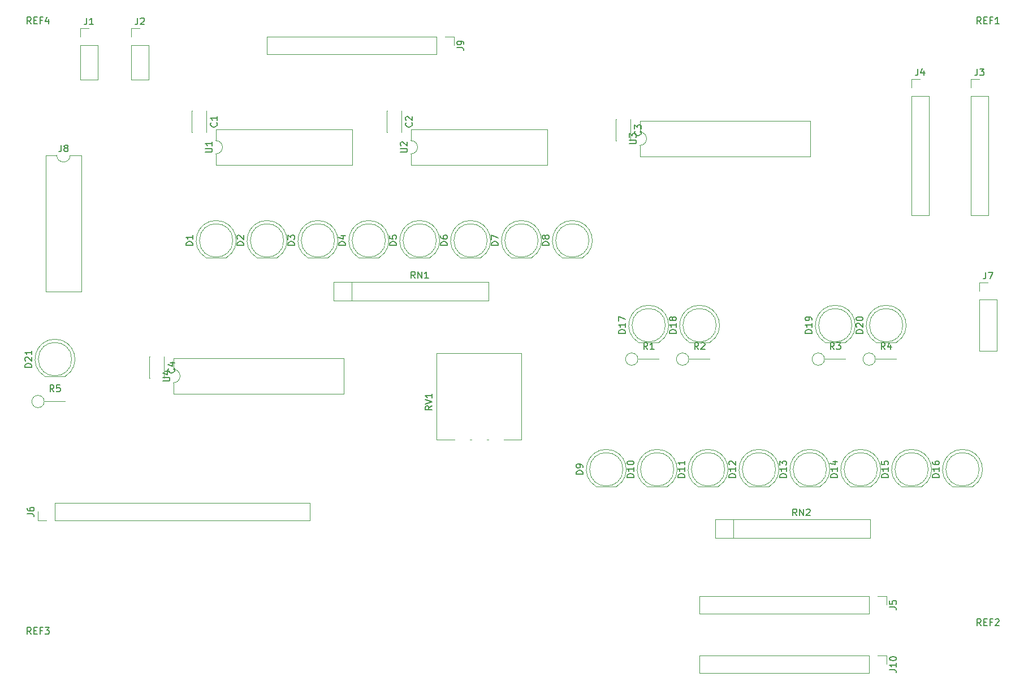
<source format=gbr>
%TF.GenerationSoftware,KiCad,Pcbnew,5.1.6-c6e7f7d~87~ubuntu16.04.1*%
%TF.CreationDate,2022-03-08T12:55:19-05:00*%
%TF.ProjectId,riscy_io,72697363-795f-4696-9f2e-6b696361645f,rev?*%
%TF.SameCoordinates,Original*%
%TF.FileFunction,Legend,Top*%
%TF.FilePolarity,Positive*%
%FSLAX46Y46*%
G04 Gerber Fmt 4.6, Leading zero omitted, Abs format (unit mm)*
G04 Created by KiCad (PCBNEW 5.1.6-c6e7f7d~87~ubuntu16.04.1) date 2022-03-08 12:55:19*
%MOMM*%
%LPD*%
G01*
G04 APERTURE LIST*
%ADD10C,0.120000*%
%ADD11C,0.150000*%
G04 APERTURE END LIST*
D10*
%TO.C,J10*%
X130870000Y-95190000D02*
X130870000Y-96520000D01*
X129540000Y-95190000D02*
X130870000Y-95190000D01*
X128270000Y-95190000D02*
X128270000Y-97850000D01*
X128270000Y-97850000D02*
X102810000Y-97850000D01*
X128270000Y-95190000D02*
X102810000Y-95190000D01*
X102810000Y-95190000D02*
X102810000Y-97850000D01*
%TO.C,U2*%
X59630000Y-20050000D02*
X59630000Y-21700000D01*
X59630000Y-21700000D02*
X80070000Y-21700000D01*
X80070000Y-21700000D02*
X80070000Y-16400000D01*
X80070000Y-16400000D02*
X59630000Y-16400000D01*
X59630000Y-16400000D02*
X59630000Y-18050000D01*
X59630000Y-18050000D02*
G75*
G02*
X59630000Y-20050000I0J-1000000D01*
G01*
%TO.C,U1*%
X30420000Y-20050000D02*
X30420000Y-21700000D01*
X30420000Y-21700000D02*
X50860000Y-21700000D01*
X50860000Y-21700000D02*
X50860000Y-16400000D01*
X50860000Y-16400000D02*
X30420000Y-16400000D01*
X30420000Y-16400000D02*
X30420000Y-18050000D01*
X30420000Y-18050000D02*
G75*
G02*
X30420000Y-20050000I0J-1000000D01*
G01*
%TO.C,J9*%
X38040000Y-2480000D02*
X38040000Y-5140000D01*
X63500000Y-2480000D02*
X38040000Y-2480000D01*
X63500000Y-5140000D02*
X38040000Y-5140000D01*
X63500000Y-2480000D02*
X63500000Y-5140000D01*
X64770000Y-2480000D02*
X66100000Y-2480000D01*
X66100000Y-2480000D02*
X66100000Y-3810000D01*
%TO.C,U4*%
X24070000Y-50690000D02*
X24070000Y-52340000D01*
X49590000Y-50690000D02*
X24070000Y-50690000D01*
X49590000Y-55990000D02*
X49590000Y-50690000D01*
X24070000Y-55990000D02*
X49590000Y-55990000D01*
X24070000Y-54340000D02*
X24070000Y-55990000D01*
X24070000Y-52340000D02*
G75*
G02*
X24070000Y-54340000I0J-1000000D01*
G01*
%TO.C,U3*%
X93920000Y-15130000D02*
X93920000Y-16780000D01*
X119440000Y-15130000D02*
X93920000Y-15130000D01*
X119440000Y-20430000D02*
X119440000Y-15130000D01*
X93920000Y-20430000D02*
X119440000Y-20430000D01*
X93920000Y-18780000D02*
X93920000Y-20430000D01*
X93920000Y-16780000D02*
G75*
G02*
X93920000Y-18780000I0J-1000000D01*
G01*
%TO.C,RV1*%
X63480000Y-49930000D02*
X76220000Y-49930000D01*
X73545000Y-62870000D02*
X76220000Y-62870000D01*
X71006000Y-62870000D02*
X71235000Y-62870000D01*
X68465000Y-62870000D02*
X68695000Y-62870000D01*
X63480000Y-62870000D02*
X66155000Y-62870000D01*
X76220000Y-62870000D02*
X76220000Y-49930000D01*
X63480000Y-62870000D02*
X63480000Y-49930000D01*
%TO.C,RN2*%
X107950000Y-74800000D02*
X107950000Y-77600000D01*
X128440000Y-74800000D02*
X105240000Y-74800000D01*
X128440000Y-77600000D02*
X128440000Y-74800000D01*
X105240000Y-77600000D02*
X128440000Y-77600000D01*
X105240000Y-74800000D02*
X105240000Y-77600000D01*
%TO.C,RN1*%
X50800000Y-39240000D02*
X50800000Y-42040000D01*
X71290000Y-39240000D02*
X48090000Y-39240000D01*
X71290000Y-42040000D02*
X71290000Y-39240000D01*
X48090000Y-42040000D02*
X71290000Y-42040000D01*
X48090000Y-39240000D02*
X48090000Y-42040000D01*
%TO.C,R5*%
X4730000Y-57150000D02*
X7890000Y-57150000D01*
X4730000Y-57150000D02*
G75*
G03*
X4730000Y-57150000I-920000J0D01*
G01*
%TO.C,R4*%
X129190000Y-50800000D02*
X132350000Y-50800000D01*
X129190000Y-50800000D02*
G75*
G03*
X129190000Y-50800000I-920000J0D01*
G01*
%TO.C,R3*%
X121570000Y-50800000D02*
X124730000Y-50800000D01*
X121570000Y-50800000D02*
G75*
G03*
X121570000Y-50800000I-920000J0D01*
G01*
%TO.C,R2*%
X101250000Y-50800000D02*
X104410000Y-50800000D01*
X101250000Y-50800000D02*
G75*
G03*
X101250000Y-50800000I-920000J0D01*
G01*
%TO.C,R1*%
X93630000Y-50800000D02*
X96790000Y-50800000D01*
X93630000Y-50800000D02*
G75*
G03*
X93630000Y-50800000I-920000J0D01*
G01*
%TO.C,J8*%
X10270000Y-20260000D02*
X8620000Y-20260000D01*
X10270000Y-40700000D02*
X10270000Y-20260000D01*
X4970000Y-40700000D02*
X10270000Y-40700000D01*
X4970000Y-20260000D02*
X4970000Y-40700000D01*
X6620000Y-20260000D02*
X4970000Y-20260000D01*
X8620000Y-20260000D02*
G75*
G02*
X6620000Y-20260000I-1000000J0D01*
G01*
%TO.C,J7*%
X144720000Y-39310000D02*
X146050000Y-39310000D01*
X144720000Y-40640000D02*
X144720000Y-39310000D01*
X144720000Y-41910000D02*
X147380000Y-41910000D01*
X147380000Y-41910000D02*
X147380000Y-49590000D01*
X144720000Y-41910000D02*
X144720000Y-49590000D01*
X144720000Y-49590000D02*
X147380000Y-49590000D01*
%TO.C,J6*%
X3750000Y-74990000D02*
X3750000Y-73660000D01*
X5080000Y-74990000D02*
X3750000Y-74990000D01*
X6350000Y-74990000D02*
X6350000Y-72330000D01*
X6350000Y-72330000D02*
X44510000Y-72330000D01*
X6350000Y-74990000D02*
X44510000Y-74990000D01*
X44510000Y-74990000D02*
X44510000Y-72330000D01*
%TO.C,J5*%
X130870000Y-86300000D02*
X130870000Y-87630000D01*
X129540000Y-86300000D02*
X130870000Y-86300000D01*
X128270000Y-86300000D02*
X128270000Y-88960000D01*
X128270000Y-88960000D02*
X102810000Y-88960000D01*
X128270000Y-86300000D02*
X102810000Y-86300000D01*
X102810000Y-86300000D02*
X102810000Y-88960000D01*
%TO.C,J4*%
X134560000Y-8830000D02*
X135890000Y-8830000D01*
X134560000Y-10160000D02*
X134560000Y-8830000D01*
X134560000Y-11430000D02*
X137220000Y-11430000D01*
X137220000Y-11430000D02*
X137220000Y-29270000D01*
X134560000Y-11430000D02*
X134560000Y-29270000D01*
X134560000Y-29270000D02*
X137220000Y-29270000D01*
%TO.C,J3*%
X143450000Y-8830000D02*
X144780000Y-8830000D01*
X143450000Y-10160000D02*
X143450000Y-8830000D01*
X143450000Y-11430000D02*
X146110000Y-11430000D01*
X146110000Y-11430000D02*
X146110000Y-29270000D01*
X143450000Y-11430000D02*
X143450000Y-29270000D01*
X143450000Y-29270000D02*
X146110000Y-29270000D01*
%TO.C,J2*%
X17720000Y-1210000D02*
X19050000Y-1210000D01*
X17720000Y-2540000D02*
X17720000Y-1210000D01*
X17720000Y-3810000D02*
X20380000Y-3810000D01*
X20380000Y-3810000D02*
X20380000Y-8950000D01*
X17720000Y-3810000D02*
X17720000Y-8950000D01*
X17720000Y-8950000D02*
X20380000Y-8950000D01*
%TO.C,J1*%
X10100000Y-1210000D02*
X11430000Y-1210000D01*
X10100000Y-2540000D02*
X10100000Y-1210000D01*
X10100000Y-3810000D02*
X12760000Y-3810000D01*
X12760000Y-3810000D02*
X12760000Y-8950000D01*
X10100000Y-3810000D02*
X10100000Y-8950000D01*
X10100000Y-8950000D02*
X12760000Y-8950000D01*
%TO.C,D21*%
X4805000Y-53360000D02*
X7895000Y-53360000D01*
X8850000Y-50800000D02*
G75*
G03*
X8850000Y-50800000I-2500000J0D01*
G01*
X6349538Y-47810000D02*
G75*
G02*
X7894830Y-53360000I462J-2990000D01*
G01*
X6350462Y-47810000D02*
G75*
G03*
X4805170Y-53360000I-462J-2990000D01*
G01*
%TO.C,D20*%
X129265000Y-48280000D02*
X132355000Y-48280000D01*
X133310000Y-45720000D02*
G75*
G03*
X133310000Y-45720000I-2500000J0D01*
G01*
X130809538Y-42730000D02*
G75*
G02*
X132354830Y-48280000I462J-2990000D01*
G01*
X130810462Y-42730000D02*
G75*
G03*
X129265170Y-48280000I-462J-2990000D01*
G01*
%TO.C,D19*%
X121645000Y-48280000D02*
X124735000Y-48280000D01*
X125690000Y-45720000D02*
G75*
G03*
X125690000Y-45720000I-2500000J0D01*
G01*
X123189538Y-42730000D02*
G75*
G02*
X124734830Y-48280000I462J-2990000D01*
G01*
X123190462Y-42730000D02*
G75*
G03*
X121645170Y-48280000I-462J-2990000D01*
G01*
%TO.C,D18*%
X101325000Y-48280000D02*
X104415000Y-48280000D01*
X105370000Y-45720000D02*
G75*
G03*
X105370000Y-45720000I-2500000J0D01*
G01*
X102869538Y-42730000D02*
G75*
G02*
X104414830Y-48280000I462J-2990000D01*
G01*
X102870462Y-42730000D02*
G75*
G03*
X101325170Y-48280000I-462J-2990000D01*
G01*
%TO.C,D17*%
X93705000Y-48280000D02*
X96795000Y-48280000D01*
X97750000Y-45720000D02*
G75*
G03*
X97750000Y-45720000I-2500000J0D01*
G01*
X95249538Y-42730000D02*
G75*
G02*
X96794830Y-48280000I462J-2990000D01*
G01*
X95250462Y-42730000D02*
G75*
G03*
X93705170Y-48280000I-462J-2990000D01*
G01*
%TO.C,D16*%
X140695000Y-69870000D02*
X143785000Y-69870000D01*
X144740000Y-67310000D02*
G75*
G03*
X144740000Y-67310000I-2500000J0D01*
G01*
X142239538Y-64320000D02*
G75*
G02*
X143784830Y-69870000I462J-2990000D01*
G01*
X142240462Y-64320000D02*
G75*
G03*
X140695170Y-69870000I-462J-2990000D01*
G01*
%TO.C,D15*%
X133075000Y-69870000D02*
X136165000Y-69870000D01*
X137120000Y-67310000D02*
G75*
G03*
X137120000Y-67310000I-2500000J0D01*
G01*
X134619538Y-64320000D02*
G75*
G02*
X136164830Y-69870000I462J-2990000D01*
G01*
X134620462Y-64320000D02*
G75*
G03*
X133075170Y-69870000I-462J-2990000D01*
G01*
%TO.C,D14*%
X125455000Y-69870000D02*
X128545000Y-69870000D01*
X129500000Y-67310000D02*
G75*
G03*
X129500000Y-67310000I-2500000J0D01*
G01*
X126999538Y-64320000D02*
G75*
G02*
X128544830Y-69870000I462J-2990000D01*
G01*
X127000462Y-64320000D02*
G75*
G03*
X125455170Y-69870000I-462J-2990000D01*
G01*
%TO.C,D13*%
X117835000Y-69870000D02*
X120925000Y-69870000D01*
X121880000Y-67310000D02*
G75*
G03*
X121880000Y-67310000I-2500000J0D01*
G01*
X119379538Y-64320000D02*
G75*
G02*
X120924830Y-69870000I462J-2990000D01*
G01*
X119380462Y-64320000D02*
G75*
G03*
X117835170Y-69870000I-462J-2990000D01*
G01*
%TO.C,D12*%
X110215000Y-69870000D02*
X113305000Y-69870000D01*
X114260000Y-67310000D02*
G75*
G03*
X114260000Y-67310000I-2500000J0D01*
G01*
X111759538Y-64320000D02*
G75*
G02*
X113304830Y-69870000I462J-2990000D01*
G01*
X111760462Y-64320000D02*
G75*
G03*
X110215170Y-69870000I-462J-2990000D01*
G01*
%TO.C,D11*%
X102595000Y-69870000D02*
X105685000Y-69870000D01*
X106640000Y-67310000D02*
G75*
G03*
X106640000Y-67310000I-2500000J0D01*
G01*
X104139538Y-64320000D02*
G75*
G02*
X105684830Y-69870000I462J-2990000D01*
G01*
X104140462Y-64320000D02*
G75*
G03*
X102595170Y-69870000I-462J-2990000D01*
G01*
%TO.C,D10*%
X94975000Y-69870000D02*
X98065000Y-69870000D01*
X99020000Y-67310000D02*
G75*
G03*
X99020000Y-67310000I-2500000J0D01*
G01*
X96519538Y-64320000D02*
G75*
G02*
X98064830Y-69870000I462J-2990000D01*
G01*
X96520462Y-64320000D02*
G75*
G03*
X94975170Y-69870000I-462J-2990000D01*
G01*
%TO.C,D9*%
X87355000Y-69870000D02*
X90445000Y-69870000D01*
X91400000Y-67310000D02*
G75*
G03*
X91400000Y-67310000I-2500000J0D01*
G01*
X88899538Y-64320000D02*
G75*
G02*
X90444830Y-69870000I462J-2990000D01*
G01*
X88900462Y-64320000D02*
G75*
G03*
X87355170Y-69870000I-462J-2990000D01*
G01*
%TO.C,D8*%
X82275000Y-35580000D02*
X85365000Y-35580000D01*
X86320000Y-33020000D02*
G75*
G03*
X86320000Y-33020000I-2500000J0D01*
G01*
X83819538Y-30030000D02*
G75*
G02*
X85364830Y-35580000I462J-2990000D01*
G01*
X83820462Y-30030000D02*
G75*
G03*
X82275170Y-35580000I-462J-2990000D01*
G01*
%TO.C,D7*%
X74655000Y-35580000D02*
X77745000Y-35580000D01*
X78700000Y-33020000D02*
G75*
G03*
X78700000Y-33020000I-2500000J0D01*
G01*
X76199538Y-30030000D02*
G75*
G02*
X77744830Y-35580000I462J-2990000D01*
G01*
X76200462Y-30030000D02*
G75*
G03*
X74655170Y-35580000I-462J-2990000D01*
G01*
%TO.C,D6*%
X67035000Y-35580000D02*
X70125000Y-35580000D01*
X71080000Y-33020000D02*
G75*
G03*
X71080000Y-33020000I-2500000J0D01*
G01*
X68579538Y-30030000D02*
G75*
G02*
X70124830Y-35580000I462J-2990000D01*
G01*
X68580462Y-30030000D02*
G75*
G03*
X67035170Y-35580000I-462J-2990000D01*
G01*
%TO.C,D5*%
X59415000Y-35580000D02*
X62505000Y-35580000D01*
X63460000Y-33020000D02*
G75*
G03*
X63460000Y-33020000I-2500000J0D01*
G01*
X60959538Y-30030000D02*
G75*
G02*
X62504830Y-35580000I462J-2990000D01*
G01*
X60960462Y-30030000D02*
G75*
G03*
X59415170Y-35580000I-462J-2990000D01*
G01*
%TO.C,D4*%
X51795000Y-35580000D02*
X54885000Y-35580000D01*
X55840000Y-33020000D02*
G75*
G03*
X55840000Y-33020000I-2500000J0D01*
G01*
X53339538Y-30030000D02*
G75*
G02*
X54884830Y-35580000I462J-2990000D01*
G01*
X53340462Y-30030000D02*
G75*
G03*
X51795170Y-35580000I-462J-2990000D01*
G01*
%TO.C,D3*%
X44175000Y-35580000D02*
X47265000Y-35580000D01*
X48220000Y-33020000D02*
G75*
G03*
X48220000Y-33020000I-2500000J0D01*
G01*
X45719538Y-30030000D02*
G75*
G02*
X47264830Y-35580000I462J-2990000D01*
G01*
X45720462Y-30030000D02*
G75*
G03*
X44175170Y-35580000I-462J-2990000D01*
G01*
%TO.C,D2*%
X36555000Y-35580000D02*
X39645000Y-35580000D01*
X40600000Y-33020000D02*
G75*
G03*
X40600000Y-33020000I-2500000J0D01*
G01*
X38099538Y-30030000D02*
G75*
G02*
X39644830Y-35580000I462J-2990000D01*
G01*
X38100462Y-30030000D02*
G75*
G03*
X36555170Y-35580000I-462J-2990000D01*
G01*
%TO.C,D1*%
X28935000Y-35580000D02*
X32025000Y-35580000D01*
X32980000Y-33020000D02*
G75*
G03*
X32980000Y-33020000I-2500000J0D01*
G01*
X30479538Y-30030000D02*
G75*
G02*
X32024830Y-35580000I462J-2990000D01*
G01*
X30480462Y-30030000D02*
G75*
G03*
X28935170Y-35580000I-462J-2990000D01*
G01*
%TO.C,C4*%
X20535000Y-53670000D02*
X20470000Y-53670000D01*
X22710000Y-53670000D02*
X22645000Y-53670000D01*
X20535000Y-50430000D02*
X20470000Y-50430000D01*
X22710000Y-50430000D02*
X22645000Y-50430000D01*
X20470000Y-50430000D02*
X20470000Y-53670000D01*
X22710000Y-50430000D02*
X22710000Y-53670000D01*
%TO.C,C3*%
X90385000Y-18110000D02*
X90320000Y-18110000D01*
X92560000Y-18110000D02*
X92495000Y-18110000D01*
X90385000Y-14870000D02*
X90320000Y-14870000D01*
X92560000Y-14870000D02*
X92495000Y-14870000D01*
X90320000Y-14870000D02*
X90320000Y-18110000D01*
X92560000Y-14870000D02*
X92560000Y-18110000D01*
%TO.C,C2*%
X56095000Y-16840000D02*
X56030000Y-16840000D01*
X58270000Y-16840000D02*
X58205000Y-16840000D01*
X56095000Y-13600000D02*
X56030000Y-13600000D01*
X58270000Y-13600000D02*
X58205000Y-13600000D01*
X56030000Y-13600000D02*
X56030000Y-16840000D01*
X58270000Y-13600000D02*
X58270000Y-16840000D01*
%TO.C,C1*%
X26885000Y-16840000D02*
X26820000Y-16840000D01*
X29060000Y-16840000D02*
X28995000Y-16840000D01*
X26885000Y-13600000D02*
X26820000Y-13600000D01*
X29060000Y-13600000D02*
X28995000Y-13600000D01*
X26820000Y-13600000D02*
X26820000Y-16840000D01*
X29060000Y-13600000D02*
X29060000Y-16840000D01*
%TO.C,J10*%
D11*
X131322380Y-97329523D02*
X132036666Y-97329523D01*
X132179523Y-97377142D01*
X132274761Y-97472380D01*
X132322380Y-97615238D01*
X132322380Y-97710476D01*
X132322380Y-96329523D02*
X132322380Y-96900952D01*
X132322380Y-96615238D02*
X131322380Y-96615238D01*
X131465238Y-96710476D01*
X131560476Y-96805714D01*
X131608095Y-96900952D01*
X131322380Y-95710476D02*
X131322380Y-95615238D01*
X131370000Y-95520000D01*
X131417619Y-95472380D01*
X131512857Y-95424761D01*
X131703333Y-95377142D01*
X131941428Y-95377142D01*
X132131904Y-95424761D01*
X132227142Y-95472380D01*
X132274761Y-95520000D01*
X132322380Y-95615238D01*
X132322380Y-95710476D01*
X132274761Y-95805714D01*
X132227142Y-95853333D01*
X132131904Y-95900952D01*
X131941428Y-95948571D01*
X131703333Y-95948571D01*
X131512857Y-95900952D01*
X131417619Y-95853333D01*
X131370000Y-95805714D01*
X131322380Y-95710476D01*
%TO.C,REF4*%
X2762380Y-562380D02*
X2429047Y-86190D01*
X2190952Y-562380D02*
X2190952Y437619D01*
X2571904Y437619D01*
X2667142Y390000D01*
X2714761Y342380D01*
X2762380Y247142D01*
X2762380Y104285D01*
X2714761Y9047D01*
X2667142Y-38571D01*
X2571904Y-86190D01*
X2190952Y-86190D01*
X3190952Y-38571D02*
X3524285Y-38571D01*
X3667142Y-562380D02*
X3190952Y-562380D01*
X3190952Y437619D01*
X3667142Y437619D01*
X4429047Y-38571D02*
X4095714Y-38571D01*
X4095714Y-562380D02*
X4095714Y437619D01*
X4571904Y437619D01*
X5381428Y104285D02*
X5381428Y-562380D01*
X5143333Y485238D02*
X4905238Y-229047D01*
X5524285Y-229047D01*
%TO.C,REF3*%
X2762380Y-92002380D02*
X2429047Y-91526190D01*
X2190952Y-92002380D02*
X2190952Y-91002380D01*
X2571904Y-91002380D01*
X2667142Y-91050000D01*
X2714761Y-91097619D01*
X2762380Y-91192857D01*
X2762380Y-91335714D01*
X2714761Y-91430952D01*
X2667142Y-91478571D01*
X2571904Y-91526190D01*
X2190952Y-91526190D01*
X3190952Y-91478571D02*
X3524285Y-91478571D01*
X3667142Y-92002380D02*
X3190952Y-92002380D01*
X3190952Y-91002380D01*
X3667142Y-91002380D01*
X4429047Y-91478571D02*
X4095714Y-91478571D01*
X4095714Y-92002380D02*
X4095714Y-91002380D01*
X4571904Y-91002380D01*
X4857619Y-91002380D02*
X5476666Y-91002380D01*
X5143333Y-91383333D01*
X5286190Y-91383333D01*
X5381428Y-91430952D01*
X5429047Y-91478571D01*
X5476666Y-91573809D01*
X5476666Y-91811904D01*
X5429047Y-91907142D01*
X5381428Y-91954761D01*
X5286190Y-92002380D01*
X5000476Y-92002380D01*
X4905238Y-91954761D01*
X4857619Y-91907142D01*
%TO.C,REF2*%
X145002380Y-90732380D02*
X144669047Y-90256190D01*
X144430952Y-90732380D02*
X144430952Y-89732380D01*
X144811904Y-89732380D01*
X144907142Y-89780000D01*
X144954761Y-89827619D01*
X145002380Y-89922857D01*
X145002380Y-90065714D01*
X144954761Y-90160952D01*
X144907142Y-90208571D01*
X144811904Y-90256190D01*
X144430952Y-90256190D01*
X145430952Y-90208571D02*
X145764285Y-90208571D01*
X145907142Y-90732380D02*
X145430952Y-90732380D01*
X145430952Y-89732380D01*
X145907142Y-89732380D01*
X146669047Y-90208571D02*
X146335714Y-90208571D01*
X146335714Y-90732380D02*
X146335714Y-89732380D01*
X146811904Y-89732380D01*
X147145238Y-89827619D02*
X147192857Y-89780000D01*
X147288095Y-89732380D01*
X147526190Y-89732380D01*
X147621428Y-89780000D01*
X147669047Y-89827619D01*
X147716666Y-89922857D01*
X147716666Y-90018095D01*
X147669047Y-90160952D01*
X147097619Y-90732380D01*
X147716666Y-90732380D01*
%TO.C,REF1*%
X145002380Y-562380D02*
X144669047Y-86190D01*
X144430952Y-562380D02*
X144430952Y437619D01*
X144811904Y437619D01*
X144907142Y390000D01*
X144954761Y342380D01*
X145002380Y247142D01*
X145002380Y104285D01*
X144954761Y9047D01*
X144907142Y-38571D01*
X144811904Y-86190D01*
X144430952Y-86190D01*
X145430952Y-38571D02*
X145764285Y-38571D01*
X145907142Y-562380D02*
X145430952Y-562380D01*
X145430952Y437619D01*
X145907142Y437619D01*
X146669047Y-38571D02*
X146335714Y-38571D01*
X146335714Y-562380D02*
X146335714Y437619D01*
X146811904Y437619D01*
X147716666Y-562380D02*
X147145238Y-562380D01*
X147430952Y-562380D02*
X147430952Y437619D01*
X147335714Y294761D01*
X147240476Y199523D01*
X147145238Y151904D01*
%TO.C,U2*%
X58082380Y-19811904D02*
X58891904Y-19811904D01*
X58987142Y-19764285D01*
X59034761Y-19716666D01*
X59082380Y-19621428D01*
X59082380Y-19430952D01*
X59034761Y-19335714D01*
X58987142Y-19288095D01*
X58891904Y-19240476D01*
X58082380Y-19240476D01*
X58177619Y-18811904D02*
X58130000Y-18764285D01*
X58082380Y-18669047D01*
X58082380Y-18430952D01*
X58130000Y-18335714D01*
X58177619Y-18288095D01*
X58272857Y-18240476D01*
X58368095Y-18240476D01*
X58510952Y-18288095D01*
X59082380Y-18859523D01*
X59082380Y-18240476D01*
%TO.C,U1*%
X28872380Y-19811904D02*
X29681904Y-19811904D01*
X29777142Y-19764285D01*
X29824761Y-19716666D01*
X29872380Y-19621428D01*
X29872380Y-19430952D01*
X29824761Y-19335714D01*
X29777142Y-19288095D01*
X29681904Y-19240476D01*
X28872380Y-19240476D01*
X29872380Y-18240476D02*
X29872380Y-18811904D01*
X29872380Y-18526190D02*
X28872380Y-18526190D01*
X29015238Y-18621428D01*
X29110476Y-18716666D01*
X29158095Y-18811904D01*
%TO.C,J9*%
X66552380Y-4143333D02*
X67266666Y-4143333D01*
X67409523Y-4190952D01*
X67504761Y-4286190D01*
X67552380Y-4429047D01*
X67552380Y-4524285D01*
X67552380Y-3619523D02*
X67552380Y-3429047D01*
X67504761Y-3333809D01*
X67457142Y-3286190D01*
X67314285Y-3190952D01*
X67123809Y-3143333D01*
X66742857Y-3143333D01*
X66647619Y-3190952D01*
X66600000Y-3238571D01*
X66552380Y-3333809D01*
X66552380Y-3524285D01*
X66600000Y-3619523D01*
X66647619Y-3667142D01*
X66742857Y-3714761D01*
X66980952Y-3714761D01*
X67076190Y-3667142D01*
X67123809Y-3619523D01*
X67171428Y-3524285D01*
X67171428Y-3333809D01*
X67123809Y-3238571D01*
X67076190Y-3190952D01*
X66980952Y-3143333D01*
%TO.C,U4*%
X22522380Y-54101904D02*
X23331904Y-54101904D01*
X23427142Y-54054285D01*
X23474761Y-54006666D01*
X23522380Y-53911428D01*
X23522380Y-53720952D01*
X23474761Y-53625714D01*
X23427142Y-53578095D01*
X23331904Y-53530476D01*
X22522380Y-53530476D01*
X22855714Y-52625714D02*
X23522380Y-52625714D01*
X22474761Y-52863809D02*
X23189047Y-53101904D01*
X23189047Y-52482857D01*
%TO.C,U3*%
X92372380Y-18541904D02*
X93181904Y-18541904D01*
X93277142Y-18494285D01*
X93324761Y-18446666D01*
X93372380Y-18351428D01*
X93372380Y-18160952D01*
X93324761Y-18065714D01*
X93277142Y-18018095D01*
X93181904Y-17970476D01*
X92372380Y-17970476D01*
X92372380Y-17589523D02*
X92372380Y-16970476D01*
X92753333Y-17303809D01*
X92753333Y-17160952D01*
X92800952Y-17065714D01*
X92848571Y-17018095D01*
X92943809Y-16970476D01*
X93181904Y-16970476D01*
X93277142Y-17018095D01*
X93324761Y-17065714D01*
X93372380Y-17160952D01*
X93372380Y-17446666D01*
X93324761Y-17541904D01*
X93277142Y-17589523D01*
%TO.C,RV1*%
X62802380Y-57820238D02*
X62326190Y-58153571D01*
X62802380Y-58391666D02*
X61802380Y-58391666D01*
X61802380Y-58010714D01*
X61850000Y-57915476D01*
X61897619Y-57867857D01*
X61992857Y-57820238D01*
X62135714Y-57820238D01*
X62230952Y-57867857D01*
X62278571Y-57915476D01*
X62326190Y-58010714D01*
X62326190Y-58391666D01*
X61802380Y-57534523D02*
X62802380Y-57201190D01*
X61802380Y-56867857D01*
X62802380Y-56010714D02*
X62802380Y-56582142D01*
X62802380Y-56296428D02*
X61802380Y-56296428D01*
X61945238Y-56391666D01*
X62040476Y-56486904D01*
X62088095Y-56582142D01*
%TO.C,RN2*%
X117419523Y-74252380D02*
X117086190Y-73776190D01*
X116848095Y-74252380D02*
X116848095Y-73252380D01*
X117229047Y-73252380D01*
X117324285Y-73300000D01*
X117371904Y-73347619D01*
X117419523Y-73442857D01*
X117419523Y-73585714D01*
X117371904Y-73680952D01*
X117324285Y-73728571D01*
X117229047Y-73776190D01*
X116848095Y-73776190D01*
X117848095Y-74252380D02*
X117848095Y-73252380D01*
X118419523Y-74252380D01*
X118419523Y-73252380D01*
X118848095Y-73347619D02*
X118895714Y-73300000D01*
X118990952Y-73252380D01*
X119229047Y-73252380D01*
X119324285Y-73300000D01*
X119371904Y-73347619D01*
X119419523Y-73442857D01*
X119419523Y-73538095D01*
X119371904Y-73680952D01*
X118800476Y-74252380D01*
X119419523Y-74252380D01*
%TO.C,RN1*%
X60269523Y-38692380D02*
X59936190Y-38216190D01*
X59698095Y-38692380D02*
X59698095Y-37692380D01*
X60079047Y-37692380D01*
X60174285Y-37740000D01*
X60221904Y-37787619D01*
X60269523Y-37882857D01*
X60269523Y-38025714D01*
X60221904Y-38120952D01*
X60174285Y-38168571D01*
X60079047Y-38216190D01*
X59698095Y-38216190D01*
X60698095Y-38692380D02*
X60698095Y-37692380D01*
X61269523Y-38692380D01*
X61269523Y-37692380D01*
X62269523Y-38692380D02*
X61698095Y-38692380D01*
X61983809Y-38692380D02*
X61983809Y-37692380D01*
X61888571Y-37835238D01*
X61793333Y-37930476D01*
X61698095Y-37978095D01*
%TO.C,R5*%
X6183333Y-55682380D02*
X5850000Y-55206190D01*
X5611904Y-55682380D02*
X5611904Y-54682380D01*
X5992857Y-54682380D01*
X6088095Y-54730000D01*
X6135714Y-54777619D01*
X6183333Y-54872857D01*
X6183333Y-55015714D01*
X6135714Y-55110952D01*
X6088095Y-55158571D01*
X5992857Y-55206190D01*
X5611904Y-55206190D01*
X7088095Y-54682380D02*
X6611904Y-54682380D01*
X6564285Y-55158571D01*
X6611904Y-55110952D01*
X6707142Y-55063333D01*
X6945238Y-55063333D01*
X7040476Y-55110952D01*
X7088095Y-55158571D01*
X7135714Y-55253809D01*
X7135714Y-55491904D01*
X7088095Y-55587142D01*
X7040476Y-55634761D01*
X6945238Y-55682380D01*
X6707142Y-55682380D01*
X6611904Y-55634761D01*
X6564285Y-55587142D01*
%TO.C,R4*%
X130643333Y-49332380D02*
X130310000Y-48856190D01*
X130071904Y-49332380D02*
X130071904Y-48332380D01*
X130452857Y-48332380D01*
X130548095Y-48380000D01*
X130595714Y-48427619D01*
X130643333Y-48522857D01*
X130643333Y-48665714D01*
X130595714Y-48760952D01*
X130548095Y-48808571D01*
X130452857Y-48856190D01*
X130071904Y-48856190D01*
X131500476Y-48665714D02*
X131500476Y-49332380D01*
X131262380Y-48284761D02*
X131024285Y-48999047D01*
X131643333Y-48999047D01*
%TO.C,R3*%
X123023333Y-49332380D02*
X122690000Y-48856190D01*
X122451904Y-49332380D02*
X122451904Y-48332380D01*
X122832857Y-48332380D01*
X122928095Y-48380000D01*
X122975714Y-48427619D01*
X123023333Y-48522857D01*
X123023333Y-48665714D01*
X122975714Y-48760952D01*
X122928095Y-48808571D01*
X122832857Y-48856190D01*
X122451904Y-48856190D01*
X123356666Y-48332380D02*
X123975714Y-48332380D01*
X123642380Y-48713333D01*
X123785238Y-48713333D01*
X123880476Y-48760952D01*
X123928095Y-48808571D01*
X123975714Y-48903809D01*
X123975714Y-49141904D01*
X123928095Y-49237142D01*
X123880476Y-49284761D01*
X123785238Y-49332380D01*
X123499523Y-49332380D01*
X123404285Y-49284761D01*
X123356666Y-49237142D01*
%TO.C,R2*%
X102703333Y-49332380D02*
X102370000Y-48856190D01*
X102131904Y-49332380D02*
X102131904Y-48332380D01*
X102512857Y-48332380D01*
X102608095Y-48380000D01*
X102655714Y-48427619D01*
X102703333Y-48522857D01*
X102703333Y-48665714D01*
X102655714Y-48760952D01*
X102608095Y-48808571D01*
X102512857Y-48856190D01*
X102131904Y-48856190D01*
X103084285Y-48427619D02*
X103131904Y-48380000D01*
X103227142Y-48332380D01*
X103465238Y-48332380D01*
X103560476Y-48380000D01*
X103608095Y-48427619D01*
X103655714Y-48522857D01*
X103655714Y-48618095D01*
X103608095Y-48760952D01*
X103036666Y-49332380D01*
X103655714Y-49332380D01*
%TO.C,R1*%
X95083333Y-49332380D02*
X94750000Y-48856190D01*
X94511904Y-49332380D02*
X94511904Y-48332380D01*
X94892857Y-48332380D01*
X94988095Y-48380000D01*
X95035714Y-48427619D01*
X95083333Y-48522857D01*
X95083333Y-48665714D01*
X95035714Y-48760952D01*
X94988095Y-48808571D01*
X94892857Y-48856190D01*
X94511904Y-48856190D01*
X96035714Y-49332380D02*
X95464285Y-49332380D01*
X95750000Y-49332380D02*
X95750000Y-48332380D01*
X95654761Y-48475238D01*
X95559523Y-48570476D01*
X95464285Y-48618095D01*
%TO.C,J8*%
X7286666Y-18712380D02*
X7286666Y-19426666D01*
X7239047Y-19569523D01*
X7143809Y-19664761D01*
X7000952Y-19712380D01*
X6905714Y-19712380D01*
X7905714Y-19140952D02*
X7810476Y-19093333D01*
X7762857Y-19045714D01*
X7715238Y-18950476D01*
X7715238Y-18902857D01*
X7762857Y-18807619D01*
X7810476Y-18760000D01*
X7905714Y-18712380D01*
X8096190Y-18712380D01*
X8191428Y-18760000D01*
X8239047Y-18807619D01*
X8286666Y-18902857D01*
X8286666Y-18950476D01*
X8239047Y-19045714D01*
X8191428Y-19093333D01*
X8096190Y-19140952D01*
X7905714Y-19140952D01*
X7810476Y-19188571D01*
X7762857Y-19236190D01*
X7715238Y-19331428D01*
X7715238Y-19521904D01*
X7762857Y-19617142D01*
X7810476Y-19664761D01*
X7905714Y-19712380D01*
X8096190Y-19712380D01*
X8191428Y-19664761D01*
X8239047Y-19617142D01*
X8286666Y-19521904D01*
X8286666Y-19331428D01*
X8239047Y-19236190D01*
X8191428Y-19188571D01*
X8096190Y-19140952D01*
%TO.C,J7*%
X145716666Y-37762380D02*
X145716666Y-38476666D01*
X145669047Y-38619523D01*
X145573809Y-38714761D01*
X145430952Y-38762380D01*
X145335714Y-38762380D01*
X146097619Y-37762380D02*
X146764285Y-37762380D01*
X146335714Y-38762380D01*
%TO.C,J6*%
X2202380Y-73993333D02*
X2916666Y-73993333D01*
X3059523Y-74040952D01*
X3154761Y-74136190D01*
X3202380Y-74279047D01*
X3202380Y-74374285D01*
X2202380Y-73088571D02*
X2202380Y-73279047D01*
X2250000Y-73374285D01*
X2297619Y-73421904D01*
X2440476Y-73517142D01*
X2630952Y-73564761D01*
X3011904Y-73564761D01*
X3107142Y-73517142D01*
X3154761Y-73469523D01*
X3202380Y-73374285D01*
X3202380Y-73183809D01*
X3154761Y-73088571D01*
X3107142Y-73040952D01*
X3011904Y-72993333D01*
X2773809Y-72993333D01*
X2678571Y-73040952D01*
X2630952Y-73088571D01*
X2583333Y-73183809D01*
X2583333Y-73374285D01*
X2630952Y-73469523D01*
X2678571Y-73517142D01*
X2773809Y-73564761D01*
%TO.C,J5*%
X131322380Y-87963333D02*
X132036666Y-87963333D01*
X132179523Y-88010952D01*
X132274761Y-88106190D01*
X132322380Y-88249047D01*
X132322380Y-88344285D01*
X131322380Y-87010952D02*
X131322380Y-87487142D01*
X131798571Y-87534761D01*
X131750952Y-87487142D01*
X131703333Y-87391904D01*
X131703333Y-87153809D01*
X131750952Y-87058571D01*
X131798571Y-87010952D01*
X131893809Y-86963333D01*
X132131904Y-86963333D01*
X132227142Y-87010952D01*
X132274761Y-87058571D01*
X132322380Y-87153809D01*
X132322380Y-87391904D01*
X132274761Y-87487142D01*
X132227142Y-87534761D01*
%TO.C,J4*%
X135556666Y-7282380D02*
X135556666Y-7996666D01*
X135509047Y-8139523D01*
X135413809Y-8234761D01*
X135270952Y-8282380D01*
X135175714Y-8282380D01*
X136461428Y-7615714D02*
X136461428Y-8282380D01*
X136223333Y-7234761D02*
X135985238Y-7949047D01*
X136604285Y-7949047D01*
%TO.C,J3*%
X144446666Y-7282380D02*
X144446666Y-7996666D01*
X144399047Y-8139523D01*
X144303809Y-8234761D01*
X144160952Y-8282380D01*
X144065714Y-8282380D01*
X144827619Y-7282380D02*
X145446666Y-7282380D01*
X145113333Y-7663333D01*
X145256190Y-7663333D01*
X145351428Y-7710952D01*
X145399047Y-7758571D01*
X145446666Y-7853809D01*
X145446666Y-8091904D01*
X145399047Y-8187142D01*
X145351428Y-8234761D01*
X145256190Y-8282380D01*
X144970476Y-8282380D01*
X144875238Y-8234761D01*
X144827619Y-8187142D01*
%TO.C,J2*%
X18716666Y337619D02*
X18716666Y-376666D01*
X18669047Y-519523D01*
X18573809Y-614761D01*
X18430952Y-662380D01*
X18335714Y-662380D01*
X19145238Y242380D02*
X19192857Y290000D01*
X19288095Y337619D01*
X19526190Y337619D01*
X19621428Y290000D01*
X19669047Y242380D01*
X19716666Y147142D01*
X19716666Y51904D01*
X19669047Y-90952D01*
X19097619Y-662380D01*
X19716666Y-662380D01*
%TO.C,J1*%
X11096666Y337619D02*
X11096666Y-376666D01*
X11049047Y-519523D01*
X10953809Y-614761D01*
X10810952Y-662380D01*
X10715714Y-662380D01*
X12096666Y-662380D02*
X11525238Y-662380D01*
X11810952Y-662380D02*
X11810952Y337619D01*
X11715714Y194761D01*
X11620476Y99523D01*
X11525238Y51904D01*
%TO.C,D21*%
X2842380Y-52014285D02*
X1842380Y-52014285D01*
X1842380Y-51776190D01*
X1890000Y-51633333D01*
X1985238Y-51538095D01*
X2080476Y-51490476D01*
X2270952Y-51442857D01*
X2413809Y-51442857D01*
X2604285Y-51490476D01*
X2699523Y-51538095D01*
X2794761Y-51633333D01*
X2842380Y-51776190D01*
X2842380Y-52014285D01*
X1937619Y-51061904D02*
X1890000Y-51014285D01*
X1842380Y-50919047D01*
X1842380Y-50680952D01*
X1890000Y-50585714D01*
X1937619Y-50538095D01*
X2032857Y-50490476D01*
X2128095Y-50490476D01*
X2270952Y-50538095D01*
X2842380Y-51109523D01*
X2842380Y-50490476D01*
X2842380Y-49538095D02*
X2842380Y-50109523D01*
X2842380Y-49823809D02*
X1842380Y-49823809D01*
X1985238Y-49919047D01*
X2080476Y-50014285D01*
X2128095Y-50109523D01*
%TO.C,D20*%
X127302380Y-46934285D02*
X126302380Y-46934285D01*
X126302380Y-46696190D01*
X126350000Y-46553333D01*
X126445238Y-46458095D01*
X126540476Y-46410476D01*
X126730952Y-46362857D01*
X126873809Y-46362857D01*
X127064285Y-46410476D01*
X127159523Y-46458095D01*
X127254761Y-46553333D01*
X127302380Y-46696190D01*
X127302380Y-46934285D01*
X126397619Y-45981904D02*
X126350000Y-45934285D01*
X126302380Y-45839047D01*
X126302380Y-45600952D01*
X126350000Y-45505714D01*
X126397619Y-45458095D01*
X126492857Y-45410476D01*
X126588095Y-45410476D01*
X126730952Y-45458095D01*
X127302380Y-46029523D01*
X127302380Y-45410476D01*
X126302380Y-44791428D02*
X126302380Y-44696190D01*
X126350000Y-44600952D01*
X126397619Y-44553333D01*
X126492857Y-44505714D01*
X126683333Y-44458095D01*
X126921428Y-44458095D01*
X127111904Y-44505714D01*
X127207142Y-44553333D01*
X127254761Y-44600952D01*
X127302380Y-44696190D01*
X127302380Y-44791428D01*
X127254761Y-44886666D01*
X127207142Y-44934285D01*
X127111904Y-44981904D01*
X126921428Y-45029523D01*
X126683333Y-45029523D01*
X126492857Y-44981904D01*
X126397619Y-44934285D01*
X126350000Y-44886666D01*
X126302380Y-44791428D01*
%TO.C,D19*%
X119682380Y-46934285D02*
X118682380Y-46934285D01*
X118682380Y-46696190D01*
X118730000Y-46553333D01*
X118825238Y-46458095D01*
X118920476Y-46410476D01*
X119110952Y-46362857D01*
X119253809Y-46362857D01*
X119444285Y-46410476D01*
X119539523Y-46458095D01*
X119634761Y-46553333D01*
X119682380Y-46696190D01*
X119682380Y-46934285D01*
X119682380Y-45410476D02*
X119682380Y-45981904D01*
X119682380Y-45696190D02*
X118682380Y-45696190D01*
X118825238Y-45791428D01*
X118920476Y-45886666D01*
X118968095Y-45981904D01*
X119682380Y-44934285D02*
X119682380Y-44743809D01*
X119634761Y-44648571D01*
X119587142Y-44600952D01*
X119444285Y-44505714D01*
X119253809Y-44458095D01*
X118872857Y-44458095D01*
X118777619Y-44505714D01*
X118730000Y-44553333D01*
X118682380Y-44648571D01*
X118682380Y-44839047D01*
X118730000Y-44934285D01*
X118777619Y-44981904D01*
X118872857Y-45029523D01*
X119110952Y-45029523D01*
X119206190Y-44981904D01*
X119253809Y-44934285D01*
X119301428Y-44839047D01*
X119301428Y-44648571D01*
X119253809Y-44553333D01*
X119206190Y-44505714D01*
X119110952Y-44458095D01*
%TO.C,D18*%
X99362380Y-46934285D02*
X98362380Y-46934285D01*
X98362380Y-46696190D01*
X98410000Y-46553333D01*
X98505238Y-46458095D01*
X98600476Y-46410476D01*
X98790952Y-46362857D01*
X98933809Y-46362857D01*
X99124285Y-46410476D01*
X99219523Y-46458095D01*
X99314761Y-46553333D01*
X99362380Y-46696190D01*
X99362380Y-46934285D01*
X99362380Y-45410476D02*
X99362380Y-45981904D01*
X99362380Y-45696190D02*
X98362380Y-45696190D01*
X98505238Y-45791428D01*
X98600476Y-45886666D01*
X98648095Y-45981904D01*
X98790952Y-44839047D02*
X98743333Y-44934285D01*
X98695714Y-44981904D01*
X98600476Y-45029523D01*
X98552857Y-45029523D01*
X98457619Y-44981904D01*
X98410000Y-44934285D01*
X98362380Y-44839047D01*
X98362380Y-44648571D01*
X98410000Y-44553333D01*
X98457619Y-44505714D01*
X98552857Y-44458095D01*
X98600476Y-44458095D01*
X98695714Y-44505714D01*
X98743333Y-44553333D01*
X98790952Y-44648571D01*
X98790952Y-44839047D01*
X98838571Y-44934285D01*
X98886190Y-44981904D01*
X98981428Y-45029523D01*
X99171904Y-45029523D01*
X99267142Y-44981904D01*
X99314761Y-44934285D01*
X99362380Y-44839047D01*
X99362380Y-44648571D01*
X99314761Y-44553333D01*
X99267142Y-44505714D01*
X99171904Y-44458095D01*
X98981428Y-44458095D01*
X98886190Y-44505714D01*
X98838571Y-44553333D01*
X98790952Y-44648571D01*
%TO.C,D17*%
X91742380Y-46934285D02*
X90742380Y-46934285D01*
X90742380Y-46696190D01*
X90790000Y-46553333D01*
X90885238Y-46458095D01*
X90980476Y-46410476D01*
X91170952Y-46362857D01*
X91313809Y-46362857D01*
X91504285Y-46410476D01*
X91599523Y-46458095D01*
X91694761Y-46553333D01*
X91742380Y-46696190D01*
X91742380Y-46934285D01*
X91742380Y-45410476D02*
X91742380Y-45981904D01*
X91742380Y-45696190D02*
X90742380Y-45696190D01*
X90885238Y-45791428D01*
X90980476Y-45886666D01*
X91028095Y-45981904D01*
X90742380Y-45077142D02*
X90742380Y-44410476D01*
X91742380Y-44839047D01*
%TO.C,D16*%
X138732380Y-68524285D02*
X137732380Y-68524285D01*
X137732380Y-68286190D01*
X137780000Y-68143333D01*
X137875238Y-68048095D01*
X137970476Y-68000476D01*
X138160952Y-67952857D01*
X138303809Y-67952857D01*
X138494285Y-68000476D01*
X138589523Y-68048095D01*
X138684761Y-68143333D01*
X138732380Y-68286190D01*
X138732380Y-68524285D01*
X138732380Y-67000476D02*
X138732380Y-67571904D01*
X138732380Y-67286190D02*
X137732380Y-67286190D01*
X137875238Y-67381428D01*
X137970476Y-67476666D01*
X138018095Y-67571904D01*
X137732380Y-66143333D02*
X137732380Y-66333809D01*
X137780000Y-66429047D01*
X137827619Y-66476666D01*
X137970476Y-66571904D01*
X138160952Y-66619523D01*
X138541904Y-66619523D01*
X138637142Y-66571904D01*
X138684761Y-66524285D01*
X138732380Y-66429047D01*
X138732380Y-66238571D01*
X138684761Y-66143333D01*
X138637142Y-66095714D01*
X138541904Y-66048095D01*
X138303809Y-66048095D01*
X138208571Y-66095714D01*
X138160952Y-66143333D01*
X138113333Y-66238571D01*
X138113333Y-66429047D01*
X138160952Y-66524285D01*
X138208571Y-66571904D01*
X138303809Y-66619523D01*
%TO.C,D15*%
X131112380Y-68524285D02*
X130112380Y-68524285D01*
X130112380Y-68286190D01*
X130160000Y-68143333D01*
X130255238Y-68048095D01*
X130350476Y-68000476D01*
X130540952Y-67952857D01*
X130683809Y-67952857D01*
X130874285Y-68000476D01*
X130969523Y-68048095D01*
X131064761Y-68143333D01*
X131112380Y-68286190D01*
X131112380Y-68524285D01*
X131112380Y-67000476D02*
X131112380Y-67571904D01*
X131112380Y-67286190D02*
X130112380Y-67286190D01*
X130255238Y-67381428D01*
X130350476Y-67476666D01*
X130398095Y-67571904D01*
X130112380Y-66095714D02*
X130112380Y-66571904D01*
X130588571Y-66619523D01*
X130540952Y-66571904D01*
X130493333Y-66476666D01*
X130493333Y-66238571D01*
X130540952Y-66143333D01*
X130588571Y-66095714D01*
X130683809Y-66048095D01*
X130921904Y-66048095D01*
X131017142Y-66095714D01*
X131064761Y-66143333D01*
X131112380Y-66238571D01*
X131112380Y-66476666D01*
X131064761Y-66571904D01*
X131017142Y-66619523D01*
%TO.C,D14*%
X123492380Y-68524285D02*
X122492380Y-68524285D01*
X122492380Y-68286190D01*
X122540000Y-68143333D01*
X122635238Y-68048095D01*
X122730476Y-68000476D01*
X122920952Y-67952857D01*
X123063809Y-67952857D01*
X123254285Y-68000476D01*
X123349523Y-68048095D01*
X123444761Y-68143333D01*
X123492380Y-68286190D01*
X123492380Y-68524285D01*
X123492380Y-67000476D02*
X123492380Y-67571904D01*
X123492380Y-67286190D02*
X122492380Y-67286190D01*
X122635238Y-67381428D01*
X122730476Y-67476666D01*
X122778095Y-67571904D01*
X122825714Y-66143333D02*
X123492380Y-66143333D01*
X122444761Y-66381428D02*
X123159047Y-66619523D01*
X123159047Y-66000476D01*
%TO.C,D13*%
X115872380Y-68524285D02*
X114872380Y-68524285D01*
X114872380Y-68286190D01*
X114920000Y-68143333D01*
X115015238Y-68048095D01*
X115110476Y-68000476D01*
X115300952Y-67952857D01*
X115443809Y-67952857D01*
X115634285Y-68000476D01*
X115729523Y-68048095D01*
X115824761Y-68143333D01*
X115872380Y-68286190D01*
X115872380Y-68524285D01*
X115872380Y-67000476D02*
X115872380Y-67571904D01*
X115872380Y-67286190D02*
X114872380Y-67286190D01*
X115015238Y-67381428D01*
X115110476Y-67476666D01*
X115158095Y-67571904D01*
X114872380Y-66667142D02*
X114872380Y-66048095D01*
X115253333Y-66381428D01*
X115253333Y-66238571D01*
X115300952Y-66143333D01*
X115348571Y-66095714D01*
X115443809Y-66048095D01*
X115681904Y-66048095D01*
X115777142Y-66095714D01*
X115824761Y-66143333D01*
X115872380Y-66238571D01*
X115872380Y-66524285D01*
X115824761Y-66619523D01*
X115777142Y-66667142D01*
%TO.C,D12*%
X108252380Y-68524285D02*
X107252380Y-68524285D01*
X107252380Y-68286190D01*
X107300000Y-68143333D01*
X107395238Y-68048095D01*
X107490476Y-68000476D01*
X107680952Y-67952857D01*
X107823809Y-67952857D01*
X108014285Y-68000476D01*
X108109523Y-68048095D01*
X108204761Y-68143333D01*
X108252380Y-68286190D01*
X108252380Y-68524285D01*
X108252380Y-67000476D02*
X108252380Y-67571904D01*
X108252380Y-67286190D02*
X107252380Y-67286190D01*
X107395238Y-67381428D01*
X107490476Y-67476666D01*
X107538095Y-67571904D01*
X107347619Y-66619523D02*
X107300000Y-66571904D01*
X107252380Y-66476666D01*
X107252380Y-66238571D01*
X107300000Y-66143333D01*
X107347619Y-66095714D01*
X107442857Y-66048095D01*
X107538095Y-66048095D01*
X107680952Y-66095714D01*
X108252380Y-66667142D01*
X108252380Y-66048095D01*
%TO.C,D11*%
X100632380Y-68524285D02*
X99632380Y-68524285D01*
X99632380Y-68286190D01*
X99680000Y-68143333D01*
X99775238Y-68048095D01*
X99870476Y-68000476D01*
X100060952Y-67952857D01*
X100203809Y-67952857D01*
X100394285Y-68000476D01*
X100489523Y-68048095D01*
X100584761Y-68143333D01*
X100632380Y-68286190D01*
X100632380Y-68524285D01*
X100632380Y-67000476D02*
X100632380Y-67571904D01*
X100632380Y-67286190D02*
X99632380Y-67286190D01*
X99775238Y-67381428D01*
X99870476Y-67476666D01*
X99918095Y-67571904D01*
X100632380Y-66048095D02*
X100632380Y-66619523D01*
X100632380Y-66333809D02*
X99632380Y-66333809D01*
X99775238Y-66429047D01*
X99870476Y-66524285D01*
X99918095Y-66619523D01*
%TO.C,D10*%
X93012380Y-68524285D02*
X92012380Y-68524285D01*
X92012380Y-68286190D01*
X92060000Y-68143333D01*
X92155238Y-68048095D01*
X92250476Y-68000476D01*
X92440952Y-67952857D01*
X92583809Y-67952857D01*
X92774285Y-68000476D01*
X92869523Y-68048095D01*
X92964761Y-68143333D01*
X93012380Y-68286190D01*
X93012380Y-68524285D01*
X93012380Y-67000476D02*
X93012380Y-67571904D01*
X93012380Y-67286190D02*
X92012380Y-67286190D01*
X92155238Y-67381428D01*
X92250476Y-67476666D01*
X92298095Y-67571904D01*
X92012380Y-66381428D02*
X92012380Y-66286190D01*
X92060000Y-66190952D01*
X92107619Y-66143333D01*
X92202857Y-66095714D01*
X92393333Y-66048095D01*
X92631428Y-66048095D01*
X92821904Y-66095714D01*
X92917142Y-66143333D01*
X92964761Y-66190952D01*
X93012380Y-66286190D01*
X93012380Y-66381428D01*
X92964761Y-66476666D01*
X92917142Y-66524285D01*
X92821904Y-66571904D01*
X92631428Y-66619523D01*
X92393333Y-66619523D01*
X92202857Y-66571904D01*
X92107619Y-66524285D01*
X92060000Y-66476666D01*
X92012380Y-66381428D01*
%TO.C,D9*%
X85392380Y-68048095D02*
X84392380Y-68048095D01*
X84392380Y-67810000D01*
X84440000Y-67667142D01*
X84535238Y-67571904D01*
X84630476Y-67524285D01*
X84820952Y-67476666D01*
X84963809Y-67476666D01*
X85154285Y-67524285D01*
X85249523Y-67571904D01*
X85344761Y-67667142D01*
X85392380Y-67810000D01*
X85392380Y-68048095D01*
X85392380Y-67000476D02*
X85392380Y-66810000D01*
X85344761Y-66714761D01*
X85297142Y-66667142D01*
X85154285Y-66571904D01*
X84963809Y-66524285D01*
X84582857Y-66524285D01*
X84487619Y-66571904D01*
X84440000Y-66619523D01*
X84392380Y-66714761D01*
X84392380Y-66905238D01*
X84440000Y-67000476D01*
X84487619Y-67048095D01*
X84582857Y-67095714D01*
X84820952Y-67095714D01*
X84916190Y-67048095D01*
X84963809Y-67000476D01*
X85011428Y-66905238D01*
X85011428Y-66714761D01*
X84963809Y-66619523D01*
X84916190Y-66571904D01*
X84820952Y-66524285D01*
%TO.C,D8*%
X80312380Y-33758095D02*
X79312380Y-33758095D01*
X79312380Y-33520000D01*
X79360000Y-33377142D01*
X79455238Y-33281904D01*
X79550476Y-33234285D01*
X79740952Y-33186666D01*
X79883809Y-33186666D01*
X80074285Y-33234285D01*
X80169523Y-33281904D01*
X80264761Y-33377142D01*
X80312380Y-33520000D01*
X80312380Y-33758095D01*
X79740952Y-32615238D02*
X79693333Y-32710476D01*
X79645714Y-32758095D01*
X79550476Y-32805714D01*
X79502857Y-32805714D01*
X79407619Y-32758095D01*
X79360000Y-32710476D01*
X79312380Y-32615238D01*
X79312380Y-32424761D01*
X79360000Y-32329523D01*
X79407619Y-32281904D01*
X79502857Y-32234285D01*
X79550476Y-32234285D01*
X79645714Y-32281904D01*
X79693333Y-32329523D01*
X79740952Y-32424761D01*
X79740952Y-32615238D01*
X79788571Y-32710476D01*
X79836190Y-32758095D01*
X79931428Y-32805714D01*
X80121904Y-32805714D01*
X80217142Y-32758095D01*
X80264761Y-32710476D01*
X80312380Y-32615238D01*
X80312380Y-32424761D01*
X80264761Y-32329523D01*
X80217142Y-32281904D01*
X80121904Y-32234285D01*
X79931428Y-32234285D01*
X79836190Y-32281904D01*
X79788571Y-32329523D01*
X79740952Y-32424761D01*
%TO.C,D7*%
X72692380Y-33758095D02*
X71692380Y-33758095D01*
X71692380Y-33520000D01*
X71740000Y-33377142D01*
X71835238Y-33281904D01*
X71930476Y-33234285D01*
X72120952Y-33186666D01*
X72263809Y-33186666D01*
X72454285Y-33234285D01*
X72549523Y-33281904D01*
X72644761Y-33377142D01*
X72692380Y-33520000D01*
X72692380Y-33758095D01*
X71692380Y-32853333D02*
X71692380Y-32186666D01*
X72692380Y-32615238D01*
%TO.C,D6*%
X65072380Y-33758095D02*
X64072380Y-33758095D01*
X64072380Y-33520000D01*
X64120000Y-33377142D01*
X64215238Y-33281904D01*
X64310476Y-33234285D01*
X64500952Y-33186666D01*
X64643809Y-33186666D01*
X64834285Y-33234285D01*
X64929523Y-33281904D01*
X65024761Y-33377142D01*
X65072380Y-33520000D01*
X65072380Y-33758095D01*
X64072380Y-32329523D02*
X64072380Y-32520000D01*
X64120000Y-32615238D01*
X64167619Y-32662857D01*
X64310476Y-32758095D01*
X64500952Y-32805714D01*
X64881904Y-32805714D01*
X64977142Y-32758095D01*
X65024761Y-32710476D01*
X65072380Y-32615238D01*
X65072380Y-32424761D01*
X65024761Y-32329523D01*
X64977142Y-32281904D01*
X64881904Y-32234285D01*
X64643809Y-32234285D01*
X64548571Y-32281904D01*
X64500952Y-32329523D01*
X64453333Y-32424761D01*
X64453333Y-32615238D01*
X64500952Y-32710476D01*
X64548571Y-32758095D01*
X64643809Y-32805714D01*
%TO.C,D5*%
X57452380Y-33758095D02*
X56452380Y-33758095D01*
X56452380Y-33520000D01*
X56500000Y-33377142D01*
X56595238Y-33281904D01*
X56690476Y-33234285D01*
X56880952Y-33186666D01*
X57023809Y-33186666D01*
X57214285Y-33234285D01*
X57309523Y-33281904D01*
X57404761Y-33377142D01*
X57452380Y-33520000D01*
X57452380Y-33758095D01*
X56452380Y-32281904D02*
X56452380Y-32758095D01*
X56928571Y-32805714D01*
X56880952Y-32758095D01*
X56833333Y-32662857D01*
X56833333Y-32424761D01*
X56880952Y-32329523D01*
X56928571Y-32281904D01*
X57023809Y-32234285D01*
X57261904Y-32234285D01*
X57357142Y-32281904D01*
X57404761Y-32329523D01*
X57452380Y-32424761D01*
X57452380Y-32662857D01*
X57404761Y-32758095D01*
X57357142Y-32805714D01*
%TO.C,D4*%
X49832380Y-33758095D02*
X48832380Y-33758095D01*
X48832380Y-33520000D01*
X48880000Y-33377142D01*
X48975238Y-33281904D01*
X49070476Y-33234285D01*
X49260952Y-33186666D01*
X49403809Y-33186666D01*
X49594285Y-33234285D01*
X49689523Y-33281904D01*
X49784761Y-33377142D01*
X49832380Y-33520000D01*
X49832380Y-33758095D01*
X49165714Y-32329523D02*
X49832380Y-32329523D01*
X48784761Y-32567619D02*
X49499047Y-32805714D01*
X49499047Y-32186666D01*
%TO.C,D3*%
X42212380Y-33758095D02*
X41212380Y-33758095D01*
X41212380Y-33520000D01*
X41260000Y-33377142D01*
X41355238Y-33281904D01*
X41450476Y-33234285D01*
X41640952Y-33186666D01*
X41783809Y-33186666D01*
X41974285Y-33234285D01*
X42069523Y-33281904D01*
X42164761Y-33377142D01*
X42212380Y-33520000D01*
X42212380Y-33758095D01*
X41212380Y-32853333D02*
X41212380Y-32234285D01*
X41593333Y-32567619D01*
X41593333Y-32424761D01*
X41640952Y-32329523D01*
X41688571Y-32281904D01*
X41783809Y-32234285D01*
X42021904Y-32234285D01*
X42117142Y-32281904D01*
X42164761Y-32329523D01*
X42212380Y-32424761D01*
X42212380Y-32710476D01*
X42164761Y-32805714D01*
X42117142Y-32853333D01*
%TO.C,D2*%
X34592380Y-33758095D02*
X33592380Y-33758095D01*
X33592380Y-33520000D01*
X33640000Y-33377142D01*
X33735238Y-33281904D01*
X33830476Y-33234285D01*
X34020952Y-33186666D01*
X34163809Y-33186666D01*
X34354285Y-33234285D01*
X34449523Y-33281904D01*
X34544761Y-33377142D01*
X34592380Y-33520000D01*
X34592380Y-33758095D01*
X33687619Y-32805714D02*
X33640000Y-32758095D01*
X33592380Y-32662857D01*
X33592380Y-32424761D01*
X33640000Y-32329523D01*
X33687619Y-32281904D01*
X33782857Y-32234285D01*
X33878095Y-32234285D01*
X34020952Y-32281904D01*
X34592380Y-32853333D01*
X34592380Y-32234285D01*
%TO.C,D1*%
X26972380Y-33758095D02*
X25972380Y-33758095D01*
X25972380Y-33520000D01*
X26020000Y-33377142D01*
X26115238Y-33281904D01*
X26210476Y-33234285D01*
X26400952Y-33186666D01*
X26543809Y-33186666D01*
X26734285Y-33234285D01*
X26829523Y-33281904D01*
X26924761Y-33377142D01*
X26972380Y-33520000D01*
X26972380Y-33758095D01*
X26972380Y-32234285D02*
X26972380Y-32805714D01*
X26972380Y-32520000D02*
X25972380Y-32520000D01*
X26115238Y-32615238D01*
X26210476Y-32710476D01*
X26258095Y-32805714D01*
%TO.C,C4*%
X24197142Y-52216666D02*
X24244761Y-52264285D01*
X24292380Y-52407142D01*
X24292380Y-52502380D01*
X24244761Y-52645238D01*
X24149523Y-52740476D01*
X24054285Y-52788095D01*
X23863809Y-52835714D01*
X23720952Y-52835714D01*
X23530476Y-52788095D01*
X23435238Y-52740476D01*
X23340000Y-52645238D01*
X23292380Y-52502380D01*
X23292380Y-52407142D01*
X23340000Y-52264285D01*
X23387619Y-52216666D01*
X23625714Y-51359523D02*
X24292380Y-51359523D01*
X23244761Y-51597619D02*
X23959047Y-51835714D01*
X23959047Y-51216666D01*
%TO.C,C3*%
X94047142Y-16656666D02*
X94094761Y-16704285D01*
X94142380Y-16847142D01*
X94142380Y-16942380D01*
X94094761Y-17085238D01*
X93999523Y-17180476D01*
X93904285Y-17228095D01*
X93713809Y-17275714D01*
X93570952Y-17275714D01*
X93380476Y-17228095D01*
X93285238Y-17180476D01*
X93190000Y-17085238D01*
X93142380Y-16942380D01*
X93142380Y-16847142D01*
X93190000Y-16704285D01*
X93237619Y-16656666D01*
X93142380Y-16323333D02*
X93142380Y-15704285D01*
X93523333Y-16037619D01*
X93523333Y-15894761D01*
X93570952Y-15799523D01*
X93618571Y-15751904D01*
X93713809Y-15704285D01*
X93951904Y-15704285D01*
X94047142Y-15751904D01*
X94094761Y-15799523D01*
X94142380Y-15894761D01*
X94142380Y-16180476D01*
X94094761Y-16275714D01*
X94047142Y-16323333D01*
%TO.C,C2*%
X59757142Y-15386666D02*
X59804761Y-15434285D01*
X59852380Y-15577142D01*
X59852380Y-15672380D01*
X59804761Y-15815238D01*
X59709523Y-15910476D01*
X59614285Y-15958095D01*
X59423809Y-16005714D01*
X59280952Y-16005714D01*
X59090476Y-15958095D01*
X58995238Y-15910476D01*
X58900000Y-15815238D01*
X58852380Y-15672380D01*
X58852380Y-15577142D01*
X58900000Y-15434285D01*
X58947619Y-15386666D01*
X58947619Y-15005714D02*
X58900000Y-14958095D01*
X58852380Y-14862857D01*
X58852380Y-14624761D01*
X58900000Y-14529523D01*
X58947619Y-14481904D01*
X59042857Y-14434285D01*
X59138095Y-14434285D01*
X59280952Y-14481904D01*
X59852380Y-15053333D01*
X59852380Y-14434285D01*
%TO.C,C1*%
X30547142Y-15386666D02*
X30594761Y-15434285D01*
X30642380Y-15577142D01*
X30642380Y-15672380D01*
X30594761Y-15815238D01*
X30499523Y-15910476D01*
X30404285Y-15958095D01*
X30213809Y-16005714D01*
X30070952Y-16005714D01*
X29880476Y-15958095D01*
X29785238Y-15910476D01*
X29690000Y-15815238D01*
X29642380Y-15672380D01*
X29642380Y-15577142D01*
X29690000Y-15434285D01*
X29737619Y-15386666D01*
X30642380Y-14434285D02*
X30642380Y-15005714D01*
X30642380Y-14720000D02*
X29642380Y-14720000D01*
X29785238Y-14815238D01*
X29880476Y-14910476D01*
X29928095Y-15005714D01*
%TD*%
M02*

</source>
